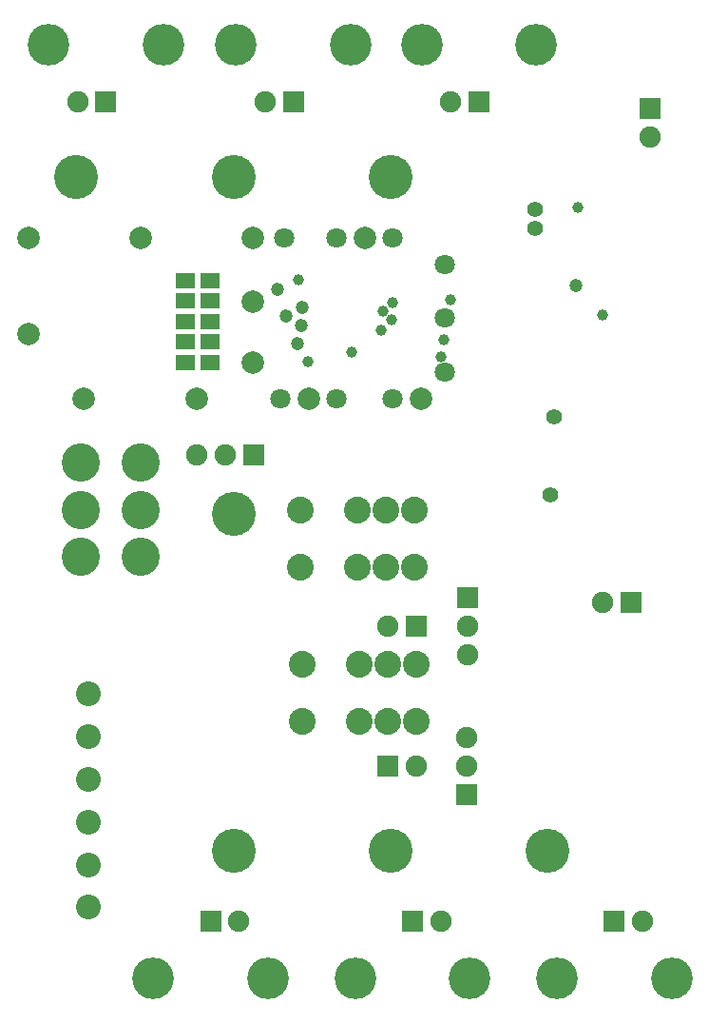
<source format=gbs>
G04*
G04 #@! TF.GenerationSoftware,Altium Limited,Altium Designer,19.1.6 (110)*
G04*
G04 Layer_Color=16711935*
%FSLAX23Y23*%
%MOIN*%
G70*
G01*
G75*
%ADD16R,0.065X0.055*%
%ADD19C,0.075*%
%ADD20R,0.075X0.075*%
%ADD21R,0.075X0.075*%
%ADD22C,0.146*%
%ADD23C,0.154*%
%ADD24C,0.087*%
%ADD25C,0.039*%
%ADD26C,0.079*%
%ADD27C,0.071*%
%ADD28C,0.055*%
%ADD29C,0.094*%
%ADD30C,0.134*%
%ADD31C,0.047*%
D16*
X621Y2723D02*
D03*
X708D02*
D03*
X621Y2651D02*
D03*
X708D02*
D03*
X621Y2579D02*
D03*
X708D02*
D03*
X621Y2507D02*
D03*
X708D02*
D03*
X621Y2435D02*
D03*
X708D02*
D03*
D19*
X662Y2112D02*
D03*
X762D02*
D03*
X245Y3348D02*
D03*
X902D02*
D03*
X2225Y478D02*
D03*
X810D02*
D03*
X1553Y3348D02*
D03*
X1518Y478D02*
D03*
X2085Y1595D02*
D03*
X2251Y3224D02*
D03*
X1332Y1513D02*
D03*
X1433Y1022D02*
D03*
X1612Y1513D02*
D03*
Y1413D02*
D03*
X1608Y1023D02*
D03*
Y1123D02*
D03*
D20*
X862Y2112D02*
D03*
X2185Y1595D02*
D03*
X1432Y1513D02*
D03*
X1333Y1022D02*
D03*
D21*
X343Y3348D02*
D03*
X1001D02*
D03*
X2127Y478D02*
D03*
X711D02*
D03*
X1652Y3348D02*
D03*
X1419Y478D02*
D03*
X2251Y3324D02*
D03*
X1612Y1613D02*
D03*
X1608Y923D02*
D03*
D22*
X142Y3549D02*
D03*
X544D02*
D03*
X800D02*
D03*
X1202D02*
D03*
X2328Y277D02*
D03*
X1926D02*
D03*
X912D02*
D03*
X510D02*
D03*
X1451Y3549D02*
D03*
X1853D02*
D03*
X1620Y277D02*
D03*
X1218D02*
D03*
D23*
X1893Y724D02*
D03*
X1342D02*
D03*
X791D02*
D03*
Y1905D02*
D03*
Y3086D02*
D03*
X240D02*
D03*
X1342D02*
D03*
D24*
X283Y527D02*
D03*
Y676D02*
D03*
Y826D02*
D03*
Y975D02*
D03*
Y1125D02*
D03*
Y1275D02*
D03*
D25*
X1553Y2656D02*
D03*
X1528Y2516D02*
D03*
X2084Y2601D02*
D03*
X1316Y2615D02*
D03*
X1348Y2646D02*
D03*
X1347Y2584D02*
D03*
X2000Y2980D02*
D03*
X1309Y2550D02*
D03*
X1519Y2456D02*
D03*
X1053Y2440D02*
D03*
X1204Y2473D02*
D03*
X1018Y2724D02*
D03*
D26*
X858Y2871D02*
D03*
X1055Y2310D02*
D03*
X1449D02*
D03*
X1252Y2871D02*
D03*
X858Y2648D02*
D03*
Y2435D02*
D03*
X661Y2310D02*
D03*
X267D02*
D03*
X464Y2871D02*
D03*
X71D02*
D03*
X71Y2534D02*
D03*
D27*
X968Y2871D02*
D03*
X956Y2310D02*
D03*
X1531Y2780D02*
D03*
Y2591D02*
D03*
Y2402D02*
D03*
X1153Y2871D02*
D03*
X1350D02*
D03*
Y2310D02*
D03*
X1153D02*
D03*
D28*
X1901Y1971D02*
D03*
X1915Y2244D02*
D03*
X1848Y2971D02*
D03*
X1849Y2906D02*
D03*
D29*
X1432Y1179D02*
D03*
X1332D02*
D03*
X1232D02*
D03*
X1032D02*
D03*
X1432Y1379D02*
D03*
X1332D02*
D03*
X1232D02*
D03*
X1032D02*
D03*
X1426Y1719D02*
D03*
X1326D02*
D03*
X1226D02*
D03*
X1026D02*
D03*
X1426Y1919D02*
D03*
X1326D02*
D03*
X1226D02*
D03*
X1026D02*
D03*
D30*
X467Y1920D02*
D03*
X254D02*
D03*
X467Y1754D02*
D03*
X254Y2086D02*
D03*
X467D02*
D03*
X254Y1754D02*
D03*
D31*
X1992Y2706D02*
D03*
X976Y2598D02*
D03*
X1029Y2565D02*
D03*
X946Y2691D02*
D03*
X1031Y2629D02*
D03*
X1017Y2503D02*
D03*
M02*

</source>
